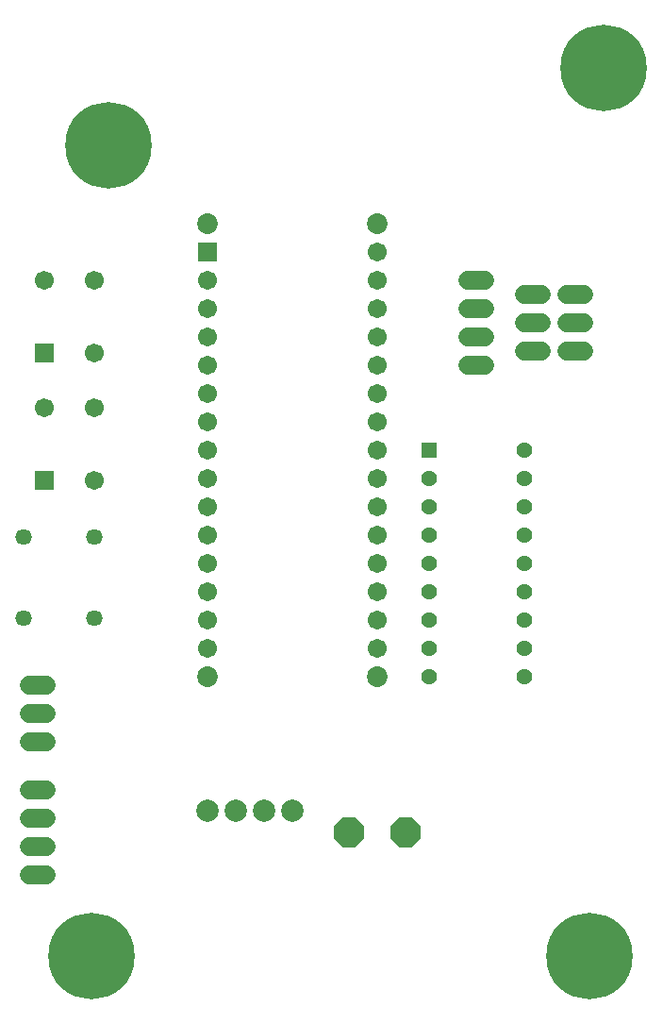
<source format=gbr>
G04 EAGLE Gerber RS-274X export*
G75*
%MOMM*%
%FSLAX34Y34*%
%LPD*%
%INSoldermask Top*%
%IPPOS*%
%AMOC8*
5,1,8,0,0,1.08239X$1,22.5*%
G01*
G04 Define Apertures*
%ADD10C,1.727200*%
%ADD11P,2.96921X8X22.5*%
%ADD12C,1.463200*%
%ADD13R,1.701800X1.701800*%
%ADD14C,1.701800*%
%ADD15C,2.003200*%
%ADD16R,1.431200X1.431200*%
%ADD17C,1.431200*%
%ADD18R,1.711200X1.711200*%
%ADD19C,1.711200*%
%ADD20C,1.854200*%
%ADD21C,2.903200*%
%ADD22C,7.753200*%
D10*
X970280Y749300D02*
X985520Y749300D01*
X985520Y723900D02*
X970280Y723900D01*
X970280Y698500D02*
X985520Y698500D01*
X985520Y673100D02*
X970280Y673100D01*
D11*
X863600Y254000D03*
X914400Y254000D03*
D12*
X571500Y446400D03*
X571500Y518800D03*
X635000Y446400D03*
X635000Y518800D03*
D13*
X590042Y684276D03*
D14*
X635000Y684276D03*
X635000Y749300D03*
X590042Y749300D03*
D13*
X590042Y569976D03*
D14*
X635000Y569976D03*
X635000Y635000D03*
X590042Y635000D03*
D15*
X736600Y273160D03*
X812800Y273160D03*
X787400Y273160D03*
X762000Y273160D03*
D16*
X935400Y596900D03*
D17*
X935400Y571500D03*
X935400Y546100D03*
X935400Y520700D03*
X935400Y495300D03*
X935400Y469900D03*
X935400Y444500D03*
X935400Y419100D03*
X935400Y393700D03*
X1020400Y393700D03*
X1020400Y419100D03*
X1020400Y444500D03*
X1020400Y469900D03*
X1020400Y495300D03*
X1020400Y520700D03*
X1020400Y546100D03*
X1020400Y571500D03*
X1020400Y596900D03*
D18*
X736600Y774700D03*
D19*
X736600Y749300D03*
X736600Y723900D03*
X736600Y698500D03*
X736600Y673100D03*
X736600Y647700D03*
X736600Y622300D03*
X736600Y596900D03*
X736600Y571500D03*
X736600Y546100D03*
X736600Y520700D03*
X736600Y495300D03*
X736600Y469900D03*
X736600Y444500D03*
X736600Y419100D03*
X889000Y419100D03*
X889000Y444500D03*
X889000Y469900D03*
X889000Y495300D03*
X889000Y520700D03*
X889000Y546100D03*
X889000Y571500D03*
X889000Y596900D03*
X889000Y622300D03*
X889000Y647700D03*
X889000Y673100D03*
X889000Y698500D03*
X889000Y723900D03*
X889000Y749300D03*
X889000Y774700D03*
D20*
X736600Y393700D03*
X889000Y393700D03*
X736600Y800100D03*
X889000Y800100D03*
D10*
X1021080Y736600D02*
X1036320Y736600D01*
X1036320Y711200D02*
X1021080Y711200D01*
X1021080Y685800D02*
X1036320Y685800D01*
X1059180Y736600D02*
X1074420Y736600D01*
X1074420Y711200D02*
X1059180Y711200D01*
X1059180Y685800D02*
X1074420Y685800D01*
D21*
X632110Y142590D03*
D22*
X632110Y142590D03*
D21*
X1079500Y142590D03*
D22*
X1079500Y142590D03*
D21*
X1092200Y939800D03*
D22*
X1092200Y939800D03*
D21*
X647700Y870110D03*
D22*
X647700Y870110D03*
D10*
X591620Y386280D02*
X576380Y386280D01*
X576380Y360880D02*
X591620Y360880D01*
X591620Y335480D02*
X576380Y335480D01*
X576580Y215900D02*
X591820Y215900D01*
X591820Y241300D02*
X576580Y241300D01*
X576580Y266700D02*
X591820Y266700D01*
X591820Y292100D02*
X576580Y292100D01*
M02*

</source>
